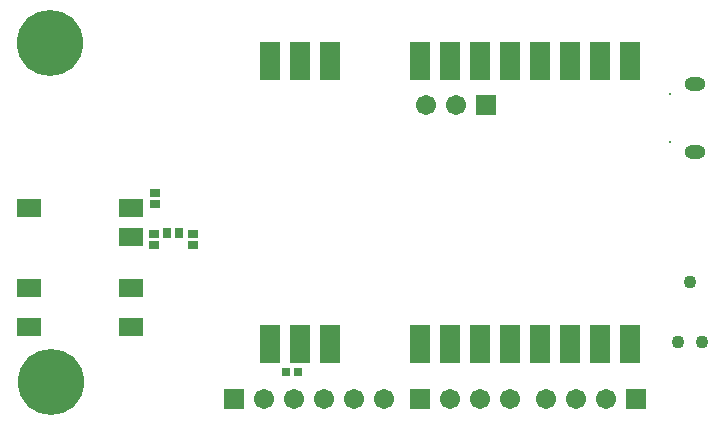
<source format=gbs>
G04*
G04 #@! TF.GenerationSoftware,Altium Limited,Altium Designer,19.0.12 (326)*
G04*
G04 Layer_Color=16711935*
%FSAX25Y25*%
%MOIN*%
G70*
G01*
G75*
%ADD52C,0.22047*%
%ADD53R,0.06706X0.06706*%
%ADD54C,0.06706*%
%ADD55C,0.04343*%
%ADD56O,0.07099X0.04737*%
%ADD57R,0.00800X0.00800*%
%ADD72R,0.02769X0.03162*%
%ADD73R,0.03241X0.03044*%
%ADD74R,0.03162X0.03320*%
%ADD75R,0.07887X0.05918*%
%ADD76R,0.06706X0.12611*%
D52*
X0295835Y0408465D02*
D03*
X0296031Y0295472D02*
D03*
D53*
X0441169Y0387894D02*
D03*
X0356917Y0289862D02*
D03*
X0419004D02*
D03*
X0491032Y0289764D02*
D03*
D54*
X0431169Y0387894D02*
D03*
X0421169D02*
D03*
X0366917Y0289862D02*
D03*
X0376917D02*
D03*
X0386917D02*
D03*
X0396917D02*
D03*
X0406917D02*
D03*
X0449004D02*
D03*
X0439004D02*
D03*
X0429004D02*
D03*
X0461031Y0289764D02*
D03*
X0471032D02*
D03*
X0481032D02*
D03*
D55*
X0505000Y0308610D02*
D03*
X0513000Y0308610D02*
D03*
X0509000Y0328610D02*
D03*
D56*
X0510711Y0372217D02*
D03*
Y0394854D02*
D03*
D57*
X0502246Y0375551D02*
D03*
Y0391496D02*
D03*
D72*
X0374476Y0298622D02*
D03*
X0378413D02*
D03*
D73*
X0343295Y0341110D02*
D03*
Y0344811D02*
D03*
X0330295Y0341110D02*
D03*
Y0344811D02*
D03*
X0330646Y0358311D02*
D03*
Y0354610D02*
D03*
D74*
X0334795Y0344961D02*
D03*
X0338575D02*
D03*
D75*
X0288846Y0326575D02*
D03*
Y0313583D02*
D03*
Y0353346D02*
D03*
X0322705Y0313583D02*
D03*
Y0326575D02*
D03*
Y0343898D02*
D03*
Y0353346D02*
D03*
D76*
X0369154Y0307972D02*
D03*
X0379154D02*
D03*
X0389154D02*
D03*
X0419154D02*
D03*
X0429154D02*
D03*
X0439154D02*
D03*
X0449154D02*
D03*
X0459154D02*
D03*
X0469154D02*
D03*
X0479154D02*
D03*
X0489154D02*
D03*
Y0402461D02*
D03*
X0479154D02*
D03*
X0469154D02*
D03*
X0459154D02*
D03*
X0449154D02*
D03*
X0439154D02*
D03*
X0429154D02*
D03*
X0419154D02*
D03*
X0389154D02*
D03*
X0379154D02*
D03*
X0369154D02*
D03*
M02*

</source>
